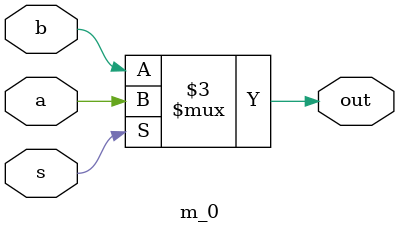
<source format=v>
module m_0( a, b, s, out);

	input a, b, s;
	output reg out;

	always @*
		if (s)
			out <= a;
		else
			out <= b;

endmodule

</source>
